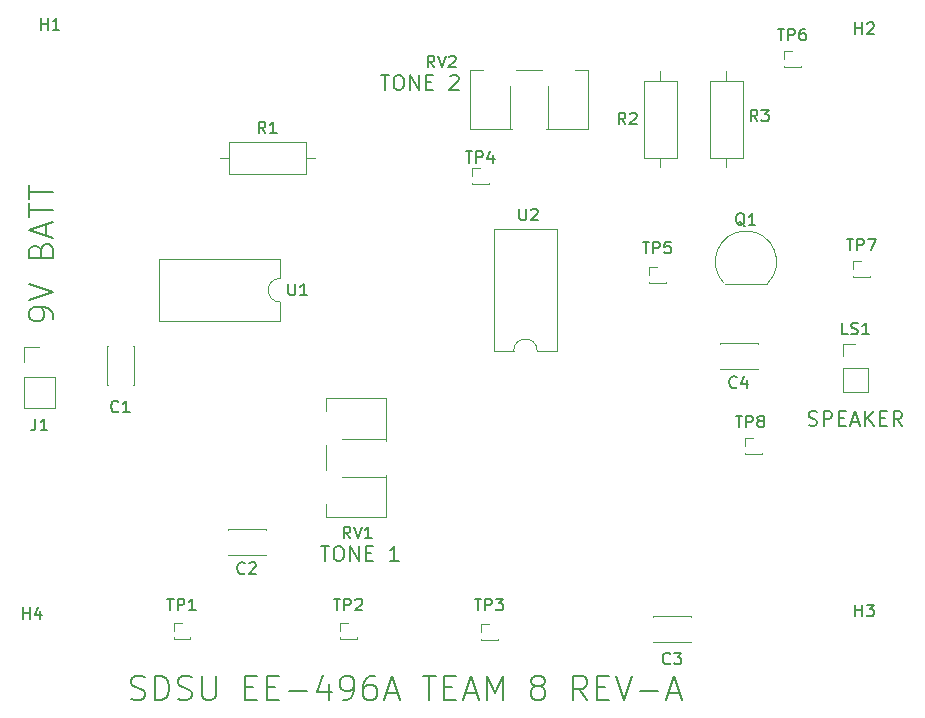
<source format=gbr>
%TF.GenerationSoftware,KiCad,Pcbnew,(5.1.6)-1*%
%TF.CreationDate,2020-10-03T13:42:35-07:00*%
%TF.ProjectId,mini project newest,6d696e69-2070-4726-9f6a-656374206e65,rev?*%
%TF.SameCoordinates,Original*%
%TF.FileFunction,Legend,Top*%
%TF.FilePolarity,Positive*%
%FSLAX46Y46*%
G04 Gerber Fmt 4.6, Leading zero omitted, Abs format (unit mm)*
G04 Created by KiCad (PCBNEW (5.1.6)-1) date 2020-10-03 13:42:35*
%MOMM*%
%LPD*%
G01*
G04 APERTURE LIST*
%ADD10C,0.150000*%
%ADD11C,0.120000*%
G04 APERTURE END LIST*
D10*
X140661571Y-74234523D02*
X141387285Y-74234523D01*
X141024428Y-75504523D02*
X141024428Y-74234523D01*
X142052523Y-74234523D02*
X142294428Y-74234523D01*
X142415380Y-74295000D01*
X142536333Y-74415952D01*
X142596809Y-74657857D01*
X142596809Y-75081190D01*
X142536333Y-75323095D01*
X142415380Y-75444047D01*
X142294428Y-75504523D01*
X142052523Y-75504523D01*
X141931571Y-75444047D01*
X141810619Y-75323095D01*
X141750142Y-75081190D01*
X141750142Y-74657857D01*
X141810619Y-74415952D01*
X141931571Y-74295000D01*
X142052523Y-74234523D01*
X143141095Y-75504523D02*
X143141095Y-74234523D01*
X143866809Y-75504523D01*
X143866809Y-74234523D01*
X144471571Y-74839285D02*
X144894904Y-74839285D01*
X145076333Y-75504523D02*
X144471571Y-75504523D01*
X144471571Y-74234523D01*
X145076333Y-74234523D01*
X146527761Y-74355476D02*
X146588238Y-74295000D01*
X146709190Y-74234523D01*
X147011571Y-74234523D01*
X147132523Y-74295000D01*
X147193000Y-74355476D01*
X147253476Y-74476428D01*
X147253476Y-74597380D01*
X147193000Y-74778809D01*
X146467285Y-75504523D01*
X147253476Y-75504523D01*
X135581571Y-114112523D02*
X136307285Y-114112523D01*
X135944428Y-115382523D02*
X135944428Y-114112523D01*
X136972523Y-114112523D02*
X137214428Y-114112523D01*
X137335380Y-114173000D01*
X137456333Y-114293952D01*
X137516809Y-114535857D01*
X137516809Y-114959190D01*
X137456333Y-115201095D01*
X137335380Y-115322047D01*
X137214428Y-115382523D01*
X136972523Y-115382523D01*
X136851571Y-115322047D01*
X136730619Y-115201095D01*
X136670142Y-114959190D01*
X136670142Y-114535857D01*
X136730619Y-114293952D01*
X136851571Y-114173000D01*
X136972523Y-114112523D01*
X138061095Y-115382523D02*
X138061095Y-114112523D01*
X138786809Y-115382523D01*
X138786809Y-114112523D01*
X139391571Y-114717285D02*
X139814904Y-114717285D01*
X139996333Y-115382523D02*
X139391571Y-115382523D01*
X139391571Y-114112523D01*
X139996333Y-114112523D01*
X142173476Y-115382523D02*
X141447761Y-115382523D01*
X141810619Y-115382523D02*
X141810619Y-114112523D01*
X141689666Y-114293952D01*
X141568714Y-114414904D01*
X141447761Y-114475380D01*
X176886809Y-103892047D02*
X177068238Y-103952523D01*
X177370619Y-103952523D01*
X177491571Y-103892047D01*
X177552047Y-103831571D01*
X177612523Y-103710619D01*
X177612523Y-103589666D01*
X177552047Y-103468714D01*
X177491571Y-103408238D01*
X177370619Y-103347761D01*
X177128714Y-103287285D01*
X177007761Y-103226809D01*
X176947285Y-103166333D01*
X176886809Y-103045380D01*
X176886809Y-102924428D01*
X176947285Y-102803476D01*
X177007761Y-102743000D01*
X177128714Y-102682523D01*
X177431095Y-102682523D01*
X177612523Y-102743000D01*
X178156809Y-103952523D02*
X178156809Y-102682523D01*
X178640619Y-102682523D01*
X178761571Y-102743000D01*
X178822047Y-102803476D01*
X178882523Y-102924428D01*
X178882523Y-103105857D01*
X178822047Y-103226809D01*
X178761571Y-103287285D01*
X178640619Y-103347761D01*
X178156809Y-103347761D01*
X179426809Y-103287285D02*
X179850142Y-103287285D01*
X180031571Y-103952523D02*
X179426809Y-103952523D01*
X179426809Y-102682523D01*
X180031571Y-102682523D01*
X180515380Y-103589666D02*
X181120142Y-103589666D01*
X180394428Y-103952523D02*
X180817761Y-102682523D01*
X181241095Y-103952523D01*
X181664428Y-103952523D02*
X181664428Y-102682523D01*
X182390142Y-103952523D02*
X181845857Y-103226809D01*
X182390142Y-102682523D02*
X181664428Y-103408238D01*
X182934428Y-103287285D02*
X183357761Y-103287285D01*
X183539190Y-103952523D02*
X182934428Y-103952523D01*
X182934428Y-102682523D01*
X183539190Y-102682523D01*
X184809190Y-103952523D02*
X184385857Y-103347761D01*
X184083476Y-103952523D02*
X184083476Y-102682523D01*
X184567285Y-102682523D01*
X184688238Y-102743000D01*
X184748714Y-102803476D01*
X184809190Y-102924428D01*
X184809190Y-103105857D01*
X184748714Y-103226809D01*
X184688238Y-103287285D01*
X184567285Y-103347761D01*
X184083476Y-103347761D01*
X112933238Y-94875047D02*
X112933238Y-94488000D01*
X112836476Y-94294476D01*
X112739714Y-94197714D01*
X112449428Y-94004190D01*
X112062380Y-93907428D01*
X111288285Y-93907428D01*
X111094761Y-94004190D01*
X110998000Y-94100952D01*
X110901238Y-94294476D01*
X110901238Y-94681523D01*
X110998000Y-94875047D01*
X111094761Y-94971809D01*
X111288285Y-95068571D01*
X111772095Y-95068571D01*
X111965619Y-94971809D01*
X112062380Y-94875047D01*
X112159142Y-94681523D01*
X112159142Y-94294476D01*
X112062380Y-94100952D01*
X111965619Y-94004190D01*
X111772095Y-93907428D01*
X110901238Y-93326857D02*
X112933238Y-92649523D01*
X110901238Y-91972190D01*
X111868857Y-89069333D02*
X111965619Y-88779047D01*
X112062380Y-88682285D01*
X112255904Y-88585523D01*
X112546190Y-88585523D01*
X112739714Y-88682285D01*
X112836476Y-88779047D01*
X112933238Y-88972571D01*
X112933238Y-89746666D01*
X110901238Y-89746666D01*
X110901238Y-89069333D01*
X110998000Y-88875809D01*
X111094761Y-88779047D01*
X111288285Y-88682285D01*
X111481809Y-88682285D01*
X111675333Y-88779047D01*
X111772095Y-88875809D01*
X111868857Y-89069333D01*
X111868857Y-89746666D01*
X112352666Y-87811428D02*
X112352666Y-86843809D01*
X112933238Y-88004952D02*
X110901238Y-87327619D01*
X112933238Y-86650285D01*
X110901238Y-86263238D02*
X110901238Y-85102095D01*
X112933238Y-85682666D02*
X110901238Y-85682666D01*
X110901238Y-84715047D02*
X110901238Y-83553904D01*
X112933238Y-84134476D02*
X110901238Y-84134476D01*
X119525142Y-127060476D02*
X119815428Y-127157238D01*
X120299238Y-127157238D01*
X120492761Y-127060476D01*
X120589523Y-126963714D01*
X120686285Y-126770190D01*
X120686285Y-126576666D01*
X120589523Y-126383142D01*
X120492761Y-126286380D01*
X120299238Y-126189619D01*
X119912190Y-126092857D01*
X119718666Y-125996095D01*
X119621904Y-125899333D01*
X119525142Y-125705809D01*
X119525142Y-125512285D01*
X119621904Y-125318761D01*
X119718666Y-125222000D01*
X119912190Y-125125238D01*
X120396000Y-125125238D01*
X120686285Y-125222000D01*
X121557142Y-127157238D02*
X121557142Y-125125238D01*
X122040952Y-125125238D01*
X122331238Y-125222000D01*
X122524761Y-125415523D01*
X122621523Y-125609047D01*
X122718285Y-125996095D01*
X122718285Y-126286380D01*
X122621523Y-126673428D01*
X122524761Y-126866952D01*
X122331238Y-127060476D01*
X122040952Y-127157238D01*
X121557142Y-127157238D01*
X123492380Y-127060476D02*
X123782666Y-127157238D01*
X124266476Y-127157238D01*
X124460000Y-127060476D01*
X124556761Y-126963714D01*
X124653523Y-126770190D01*
X124653523Y-126576666D01*
X124556761Y-126383142D01*
X124460000Y-126286380D01*
X124266476Y-126189619D01*
X123879428Y-126092857D01*
X123685904Y-125996095D01*
X123589142Y-125899333D01*
X123492380Y-125705809D01*
X123492380Y-125512285D01*
X123589142Y-125318761D01*
X123685904Y-125222000D01*
X123879428Y-125125238D01*
X124363238Y-125125238D01*
X124653523Y-125222000D01*
X125524380Y-125125238D02*
X125524380Y-126770190D01*
X125621142Y-126963714D01*
X125717904Y-127060476D01*
X125911428Y-127157238D01*
X126298476Y-127157238D01*
X126492000Y-127060476D01*
X126588761Y-126963714D01*
X126685523Y-126770190D01*
X126685523Y-125125238D01*
X129201333Y-126092857D02*
X129878666Y-126092857D01*
X130168952Y-127157238D02*
X129201333Y-127157238D01*
X129201333Y-125125238D01*
X130168952Y-125125238D01*
X131039809Y-126092857D02*
X131717142Y-126092857D01*
X132007428Y-127157238D02*
X131039809Y-127157238D01*
X131039809Y-125125238D01*
X132007428Y-125125238D01*
X132878285Y-126383142D02*
X134426476Y-126383142D01*
X136264952Y-125802571D02*
X136264952Y-127157238D01*
X135781142Y-125028476D02*
X135297333Y-126479904D01*
X136555238Y-126479904D01*
X137426095Y-127157238D02*
X137813142Y-127157238D01*
X138006666Y-127060476D01*
X138103428Y-126963714D01*
X138296952Y-126673428D01*
X138393714Y-126286380D01*
X138393714Y-125512285D01*
X138296952Y-125318761D01*
X138200190Y-125222000D01*
X138006666Y-125125238D01*
X137619619Y-125125238D01*
X137426095Y-125222000D01*
X137329333Y-125318761D01*
X137232571Y-125512285D01*
X137232571Y-125996095D01*
X137329333Y-126189619D01*
X137426095Y-126286380D01*
X137619619Y-126383142D01*
X138006666Y-126383142D01*
X138200190Y-126286380D01*
X138296952Y-126189619D01*
X138393714Y-125996095D01*
X140135428Y-125125238D02*
X139748380Y-125125238D01*
X139554857Y-125222000D01*
X139458095Y-125318761D01*
X139264571Y-125609047D01*
X139167809Y-125996095D01*
X139167809Y-126770190D01*
X139264571Y-126963714D01*
X139361333Y-127060476D01*
X139554857Y-127157238D01*
X139941904Y-127157238D01*
X140135428Y-127060476D01*
X140232190Y-126963714D01*
X140328952Y-126770190D01*
X140328952Y-126286380D01*
X140232190Y-126092857D01*
X140135428Y-125996095D01*
X139941904Y-125899333D01*
X139554857Y-125899333D01*
X139361333Y-125996095D01*
X139264571Y-126092857D01*
X139167809Y-126286380D01*
X141103047Y-126576666D02*
X142070666Y-126576666D01*
X140909523Y-127157238D02*
X141586857Y-125125238D01*
X142264190Y-127157238D01*
X144199428Y-125125238D02*
X145360571Y-125125238D01*
X144780000Y-127157238D02*
X144780000Y-125125238D01*
X146037904Y-126092857D02*
X146715238Y-126092857D01*
X147005523Y-127157238D02*
X146037904Y-127157238D01*
X146037904Y-125125238D01*
X147005523Y-125125238D01*
X147779619Y-126576666D02*
X148747238Y-126576666D01*
X147586095Y-127157238D02*
X148263428Y-125125238D01*
X148940761Y-127157238D01*
X149618095Y-127157238D02*
X149618095Y-125125238D01*
X150295428Y-126576666D01*
X150972761Y-125125238D01*
X150972761Y-127157238D01*
X153778857Y-125996095D02*
X153585333Y-125899333D01*
X153488571Y-125802571D01*
X153391809Y-125609047D01*
X153391809Y-125512285D01*
X153488571Y-125318761D01*
X153585333Y-125222000D01*
X153778857Y-125125238D01*
X154165904Y-125125238D01*
X154359428Y-125222000D01*
X154456190Y-125318761D01*
X154552952Y-125512285D01*
X154552952Y-125609047D01*
X154456190Y-125802571D01*
X154359428Y-125899333D01*
X154165904Y-125996095D01*
X153778857Y-125996095D01*
X153585333Y-126092857D01*
X153488571Y-126189619D01*
X153391809Y-126383142D01*
X153391809Y-126770190D01*
X153488571Y-126963714D01*
X153585333Y-127060476D01*
X153778857Y-127157238D01*
X154165904Y-127157238D01*
X154359428Y-127060476D01*
X154456190Y-126963714D01*
X154552952Y-126770190D01*
X154552952Y-126383142D01*
X154456190Y-126189619D01*
X154359428Y-126092857D01*
X154165904Y-125996095D01*
X158133142Y-127157238D02*
X157455809Y-126189619D01*
X156972000Y-127157238D02*
X156972000Y-125125238D01*
X157746095Y-125125238D01*
X157939619Y-125222000D01*
X158036380Y-125318761D01*
X158133142Y-125512285D01*
X158133142Y-125802571D01*
X158036380Y-125996095D01*
X157939619Y-126092857D01*
X157746095Y-126189619D01*
X156972000Y-126189619D01*
X159004000Y-126092857D02*
X159681333Y-126092857D01*
X159971619Y-127157238D02*
X159004000Y-127157238D01*
X159004000Y-125125238D01*
X159971619Y-125125238D01*
X160552190Y-125125238D02*
X161229523Y-127157238D01*
X161906857Y-125125238D01*
X162584190Y-126383142D02*
X164132380Y-126383142D01*
X165003238Y-126576666D02*
X165970857Y-126576666D01*
X164809714Y-127157238D02*
X165487047Y-125125238D01*
X166164380Y-127157238D01*
D11*
%TO.C,Q1*%
X169777000Y-91893000D02*
X173377000Y-91893000D01*
X173415478Y-91881478D02*
G75*
G03*
X171577000Y-87443000I-1838478J1838478D01*
G01*
X169738522Y-91881478D02*
G75*
G02*
X171577000Y-87443000I1838478J1838478D01*
G01*
%TO.C,J1*%
X110430000Y-102438000D02*
X113090000Y-102438000D01*
X110430000Y-99838000D02*
X110430000Y-102438000D01*
X113090000Y-99838000D02*
X113090000Y-102438000D01*
X110430000Y-99838000D02*
X113090000Y-99838000D01*
X110430000Y-98568000D02*
X110430000Y-97238000D01*
X110430000Y-97238000D02*
X111760000Y-97238000D01*
%TO.C,U1*%
X132140000Y-91456000D02*
X132140000Y-89806000D01*
X132140000Y-89806000D02*
X121860000Y-89806000D01*
X121860000Y-89806000D02*
X121860000Y-95106000D01*
X121860000Y-95106000D02*
X132140000Y-95106000D01*
X132140000Y-95106000D02*
X132140000Y-93456000D01*
X132140000Y-93456000D02*
G75*
G02*
X132140000Y-91456000I0J1000000D01*
G01*
%TO.C,U2*%
X153908000Y-97596000D02*
X155558000Y-97596000D01*
X155558000Y-97596000D02*
X155558000Y-87316000D01*
X155558000Y-87316000D02*
X150258000Y-87316000D01*
X150258000Y-87316000D02*
X150258000Y-97596000D01*
X150258000Y-97596000D02*
X151908000Y-97596000D01*
X151908000Y-97596000D02*
G75*
G02*
X153908000Y-97596000I1000000J0D01*
G01*
%TO.C,TP8*%
X171517000Y-106349000D02*
X172907000Y-106349000D01*
X171517000Y-106349000D02*
X171517000Y-106224000D01*
X172907000Y-106349000D02*
X172907000Y-106224000D01*
X171517000Y-106349000D02*
X171603724Y-106349000D01*
X172820276Y-106349000D02*
X172907000Y-106349000D01*
X171517000Y-105664000D02*
X171517000Y-104979000D01*
X171517000Y-104979000D02*
X172212000Y-104979000D01*
%TO.C,TP7*%
X180661000Y-91363000D02*
X182051000Y-91363000D01*
X180661000Y-91363000D02*
X180661000Y-91238000D01*
X182051000Y-91363000D02*
X182051000Y-91238000D01*
X180661000Y-91363000D02*
X180747724Y-91363000D01*
X181964276Y-91363000D02*
X182051000Y-91363000D01*
X180661000Y-90678000D02*
X180661000Y-89993000D01*
X180661000Y-89993000D02*
X181356000Y-89993000D01*
%TO.C,TP6*%
X174819000Y-73583000D02*
X176209000Y-73583000D01*
X174819000Y-73583000D02*
X174819000Y-73458000D01*
X176209000Y-73583000D02*
X176209000Y-73458000D01*
X174819000Y-73583000D02*
X174905724Y-73583000D01*
X176122276Y-73583000D02*
X176209000Y-73583000D01*
X174819000Y-72898000D02*
X174819000Y-72213000D01*
X174819000Y-72213000D02*
X175514000Y-72213000D01*
%TO.C,TP5*%
X163389000Y-91871000D02*
X164779000Y-91871000D01*
X163389000Y-91871000D02*
X163389000Y-91746000D01*
X164779000Y-91871000D02*
X164779000Y-91746000D01*
X163389000Y-91871000D02*
X163475724Y-91871000D01*
X164692276Y-91871000D02*
X164779000Y-91871000D01*
X163389000Y-91186000D02*
X163389000Y-90501000D01*
X163389000Y-90501000D02*
X164084000Y-90501000D01*
%TO.C,TP4*%
X148403000Y-83489000D02*
X149793000Y-83489000D01*
X148403000Y-83489000D02*
X148403000Y-83364000D01*
X149793000Y-83489000D02*
X149793000Y-83364000D01*
X148403000Y-83489000D02*
X148489724Y-83489000D01*
X149706276Y-83489000D02*
X149793000Y-83489000D01*
X148403000Y-82804000D02*
X148403000Y-82119000D01*
X148403000Y-82119000D02*
X149098000Y-82119000D01*
%TO.C,TP3*%
X149165000Y-122097000D02*
X150555000Y-122097000D01*
X149165000Y-122097000D02*
X149165000Y-121972000D01*
X150555000Y-122097000D02*
X150555000Y-121972000D01*
X149165000Y-122097000D02*
X149251724Y-122097000D01*
X150468276Y-122097000D02*
X150555000Y-122097000D01*
X149165000Y-121412000D02*
X149165000Y-120727000D01*
X149165000Y-120727000D02*
X149860000Y-120727000D01*
%TO.C,TP2*%
X137227000Y-121970000D02*
X138617000Y-121970000D01*
X137227000Y-121970000D02*
X137227000Y-121845000D01*
X138617000Y-121970000D02*
X138617000Y-121845000D01*
X137227000Y-121970000D02*
X137313724Y-121970000D01*
X138530276Y-121970000D02*
X138617000Y-121970000D01*
X137227000Y-121285000D02*
X137227000Y-120600000D01*
X137227000Y-120600000D02*
X137922000Y-120600000D01*
%TO.C,TP1*%
X123130000Y-121970000D02*
X124520000Y-121970000D01*
X123130000Y-121970000D02*
X123130000Y-121845000D01*
X124520000Y-121970000D02*
X124520000Y-121845000D01*
X123130000Y-121970000D02*
X123216724Y-121970000D01*
X124433276Y-121970000D02*
X124520000Y-121970000D01*
X123130000Y-121285000D02*
X123130000Y-120600000D01*
X123130000Y-120600000D02*
X123825000Y-120600000D01*
%TO.C,RV2*%
X158223000Y-73793000D02*
X158223000Y-78834000D01*
X148182000Y-73793000D02*
X148182000Y-78834000D01*
X158223000Y-78834000D02*
X154627000Y-78834000D01*
X151777000Y-78834000D02*
X148182000Y-78834000D01*
X149277000Y-73793000D02*
X148182000Y-73793000D01*
X158223000Y-73793000D02*
X157128000Y-73793000D01*
X154276000Y-73793000D02*
X152127000Y-73793000D01*
X154822000Y-75151000D02*
X154822000Y-78834000D01*
X151582000Y-75151000D02*
X151582000Y-78834000D01*
X154276000Y-73793000D02*
X152127000Y-73793000D01*
X154822000Y-78834000D02*
X154627000Y-78834000D01*
X151777000Y-78834000D02*
X151582000Y-78834000D01*
%TO.C,RV1*%
X136023000Y-101619000D02*
X141064000Y-101619000D01*
X136023000Y-111660000D02*
X141064000Y-111660000D01*
X141064000Y-101619000D02*
X141064000Y-105215000D01*
X141064000Y-108065000D02*
X141064000Y-111660000D01*
X136023000Y-110565000D02*
X136023000Y-111660000D01*
X136023000Y-101619000D02*
X136023000Y-102714000D01*
X136023000Y-105566000D02*
X136023000Y-107715000D01*
X137381000Y-105020000D02*
X141064000Y-105020000D01*
X137381000Y-108260000D02*
X141064000Y-108260000D01*
X136023000Y-105566000D02*
X136023000Y-107715000D01*
X141064000Y-105020000D02*
X141064000Y-105215000D01*
X141064000Y-108065000D02*
X141064000Y-108260000D01*
%TO.C,R3*%
X171296000Y-74708000D02*
X168556000Y-74708000D01*
X168556000Y-74708000D02*
X168556000Y-81248000D01*
X168556000Y-81248000D02*
X171296000Y-81248000D01*
X171296000Y-81248000D02*
X171296000Y-74708000D01*
X169926000Y-73938000D02*
X169926000Y-74708000D01*
X169926000Y-82018000D02*
X169926000Y-81248000D01*
%TO.C,R2*%
X162968000Y-81248000D02*
X165708000Y-81248000D01*
X165708000Y-81248000D02*
X165708000Y-74708000D01*
X165708000Y-74708000D02*
X162968000Y-74708000D01*
X162968000Y-74708000D02*
X162968000Y-81248000D01*
X164338000Y-82018000D02*
X164338000Y-81248000D01*
X164338000Y-73938000D02*
X164338000Y-74708000D01*
%TO.C,R1*%
X134334000Y-82650000D02*
X134334000Y-79910000D01*
X134334000Y-79910000D02*
X127794000Y-79910000D01*
X127794000Y-79910000D02*
X127794000Y-82650000D01*
X127794000Y-82650000D02*
X134334000Y-82650000D01*
X135104000Y-81280000D02*
X134334000Y-81280000D01*
X127024000Y-81280000D02*
X127794000Y-81280000D01*
%TO.C,LS1*%
X179788000Y-101104000D02*
X181908000Y-101104000D01*
X179788000Y-99044000D02*
X179788000Y-101104000D01*
X181908000Y-99044000D02*
X181908000Y-101104000D01*
X179788000Y-99044000D02*
X181908000Y-99044000D01*
X179788000Y-98044000D02*
X179788000Y-96984000D01*
X179788000Y-96984000D02*
X180848000Y-96984000D01*
%TO.C,C4*%
X172582000Y-99164000D02*
X169342000Y-99164000D01*
X172582000Y-96924000D02*
X169342000Y-96924000D01*
X172582000Y-99164000D02*
X172582000Y-99099000D01*
X172582000Y-96989000D02*
X172582000Y-96924000D01*
X169342000Y-99164000D02*
X169342000Y-99099000D01*
X169342000Y-96989000D02*
X169342000Y-96924000D01*
%TO.C,C3*%
X163714000Y-120038000D02*
X166954000Y-120038000D01*
X163714000Y-122278000D02*
X166954000Y-122278000D01*
X163714000Y-120038000D02*
X163714000Y-120103000D01*
X163714000Y-122213000D02*
X163714000Y-122278000D01*
X166954000Y-120038000D02*
X166954000Y-120103000D01*
X166954000Y-122213000D02*
X166954000Y-122278000D01*
%TO.C,C2*%
X130926000Y-114912000D02*
X127686000Y-114912000D01*
X130926000Y-112672000D02*
X127686000Y-112672000D01*
X130926000Y-114912000D02*
X130926000Y-114847000D01*
X130926000Y-112737000D02*
X130926000Y-112672000D01*
X127686000Y-114912000D02*
X127686000Y-114847000D01*
X127686000Y-112737000D02*
X127686000Y-112672000D01*
%TO.C,C1*%
X117498000Y-100446000D02*
X117498000Y-97206000D01*
X119738000Y-100446000D02*
X119738000Y-97206000D01*
X117498000Y-100446000D02*
X117563000Y-100446000D01*
X119673000Y-100446000D02*
X119738000Y-100446000D01*
X117498000Y-97206000D02*
X117563000Y-97206000D01*
X119673000Y-97206000D02*
X119738000Y-97206000D01*
%TO.C,Q1*%
D10*
X171481761Y-87030619D02*
X171386523Y-86983000D01*
X171291285Y-86887761D01*
X171148428Y-86744904D01*
X171053190Y-86697285D01*
X170957952Y-86697285D01*
X171005571Y-86935380D02*
X170910333Y-86887761D01*
X170815095Y-86792523D01*
X170767476Y-86602047D01*
X170767476Y-86268714D01*
X170815095Y-86078238D01*
X170910333Y-85983000D01*
X171005571Y-85935380D01*
X171196047Y-85935380D01*
X171291285Y-85983000D01*
X171386523Y-86078238D01*
X171434142Y-86268714D01*
X171434142Y-86602047D01*
X171386523Y-86792523D01*
X171291285Y-86887761D01*
X171196047Y-86935380D01*
X171005571Y-86935380D01*
X172386523Y-86935380D02*
X171815095Y-86935380D01*
X172100809Y-86935380D02*
X172100809Y-85935380D01*
X172005571Y-86078238D01*
X171910333Y-86173476D01*
X171815095Y-86221095D01*
%TO.C,J1*%
X111426666Y-103338380D02*
X111426666Y-104052666D01*
X111379047Y-104195523D01*
X111283809Y-104290761D01*
X111140952Y-104338380D01*
X111045714Y-104338380D01*
X112426666Y-104338380D02*
X111855238Y-104338380D01*
X112140952Y-104338380D02*
X112140952Y-103338380D01*
X112045714Y-103481238D01*
X111950476Y-103576476D01*
X111855238Y-103624095D01*
%TO.C,U1*%
X132842095Y-91908380D02*
X132842095Y-92717904D01*
X132889714Y-92813142D01*
X132937333Y-92860761D01*
X133032571Y-92908380D01*
X133223047Y-92908380D01*
X133318285Y-92860761D01*
X133365904Y-92813142D01*
X133413523Y-92717904D01*
X133413523Y-91908380D01*
X134413523Y-92908380D02*
X133842095Y-92908380D01*
X134127809Y-92908380D02*
X134127809Y-91908380D01*
X134032571Y-92051238D01*
X133937333Y-92146476D01*
X133842095Y-92194095D01*
%TO.C,U2*%
X152400095Y-85558380D02*
X152400095Y-86367904D01*
X152447714Y-86463142D01*
X152495333Y-86510761D01*
X152590571Y-86558380D01*
X152781047Y-86558380D01*
X152876285Y-86510761D01*
X152923904Y-86463142D01*
X152971523Y-86367904D01*
X152971523Y-85558380D01*
X153400095Y-85653619D02*
X153447714Y-85606000D01*
X153542952Y-85558380D01*
X153781047Y-85558380D01*
X153876285Y-85606000D01*
X153923904Y-85653619D01*
X153971523Y-85748857D01*
X153971523Y-85844095D01*
X153923904Y-85986952D01*
X153352476Y-86558380D01*
X153971523Y-86558380D01*
%TO.C,TP8*%
X170696095Y-103084380D02*
X171267523Y-103084380D01*
X170981809Y-104084380D02*
X170981809Y-103084380D01*
X171600857Y-104084380D02*
X171600857Y-103084380D01*
X171981809Y-103084380D01*
X172077047Y-103132000D01*
X172124666Y-103179619D01*
X172172285Y-103274857D01*
X172172285Y-103417714D01*
X172124666Y-103512952D01*
X172077047Y-103560571D01*
X171981809Y-103608190D01*
X171600857Y-103608190D01*
X172743714Y-103512952D02*
X172648476Y-103465333D01*
X172600857Y-103417714D01*
X172553238Y-103322476D01*
X172553238Y-103274857D01*
X172600857Y-103179619D01*
X172648476Y-103132000D01*
X172743714Y-103084380D01*
X172934190Y-103084380D01*
X173029428Y-103132000D01*
X173077047Y-103179619D01*
X173124666Y-103274857D01*
X173124666Y-103322476D01*
X173077047Y-103417714D01*
X173029428Y-103465333D01*
X172934190Y-103512952D01*
X172743714Y-103512952D01*
X172648476Y-103560571D01*
X172600857Y-103608190D01*
X172553238Y-103703428D01*
X172553238Y-103893904D01*
X172600857Y-103989142D01*
X172648476Y-104036761D01*
X172743714Y-104084380D01*
X172934190Y-104084380D01*
X173029428Y-104036761D01*
X173077047Y-103989142D01*
X173124666Y-103893904D01*
X173124666Y-103703428D01*
X173077047Y-103608190D01*
X173029428Y-103560571D01*
X172934190Y-103512952D01*
%TO.C,TP7*%
X180094095Y-88098380D02*
X180665523Y-88098380D01*
X180379809Y-89098380D02*
X180379809Y-88098380D01*
X180998857Y-89098380D02*
X180998857Y-88098380D01*
X181379809Y-88098380D01*
X181475047Y-88146000D01*
X181522666Y-88193619D01*
X181570285Y-88288857D01*
X181570285Y-88431714D01*
X181522666Y-88526952D01*
X181475047Y-88574571D01*
X181379809Y-88622190D01*
X180998857Y-88622190D01*
X181903619Y-88098380D02*
X182570285Y-88098380D01*
X182141714Y-89098380D01*
%TO.C,TP6*%
X174252095Y-70318380D02*
X174823523Y-70318380D01*
X174537809Y-71318380D02*
X174537809Y-70318380D01*
X175156857Y-71318380D02*
X175156857Y-70318380D01*
X175537809Y-70318380D01*
X175633047Y-70366000D01*
X175680666Y-70413619D01*
X175728285Y-70508857D01*
X175728285Y-70651714D01*
X175680666Y-70746952D01*
X175633047Y-70794571D01*
X175537809Y-70842190D01*
X175156857Y-70842190D01*
X176585428Y-70318380D02*
X176394952Y-70318380D01*
X176299714Y-70366000D01*
X176252095Y-70413619D01*
X176156857Y-70556476D01*
X176109238Y-70746952D01*
X176109238Y-71127904D01*
X176156857Y-71223142D01*
X176204476Y-71270761D01*
X176299714Y-71318380D01*
X176490190Y-71318380D01*
X176585428Y-71270761D01*
X176633047Y-71223142D01*
X176680666Y-71127904D01*
X176680666Y-70889809D01*
X176633047Y-70794571D01*
X176585428Y-70746952D01*
X176490190Y-70699333D01*
X176299714Y-70699333D01*
X176204476Y-70746952D01*
X176156857Y-70794571D01*
X176109238Y-70889809D01*
%TO.C,TP5*%
X162822095Y-88352380D02*
X163393523Y-88352380D01*
X163107809Y-89352380D02*
X163107809Y-88352380D01*
X163726857Y-89352380D02*
X163726857Y-88352380D01*
X164107809Y-88352380D01*
X164203047Y-88400000D01*
X164250666Y-88447619D01*
X164298285Y-88542857D01*
X164298285Y-88685714D01*
X164250666Y-88780952D01*
X164203047Y-88828571D01*
X164107809Y-88876190D01*
X163726857Y-88876190D01*
X165203047Y-88352380D02*
X164726857Y-88352380D01*
X164679238Y-88828571D01*
X164726857Y-88780952D01*
X164822095Y-88733333D01*
X165060190Y-88733333D01*
X165155428Y-88780952D01*
X165203047Y-88828571D01*
X165250666Y-88923809D01*
X165250666Y-89161904D01*
X165203047Y-89257142D01*
X165155428Y-89304761D01*
X165060190Y-89352380D01*
X164822095Y-89352380D01*
X164726857Y-89304761D01*
X164679238Y-89257142D01*
%TO.C,TP4*%
X147836095Y-80696380D02*
X148407523Y-80696380D01*
X148121809Y-81696380D02*
X148121809Y-80696380D01*
X148740857Y-81696380D02*
X148740857Y-80696380D01*
X149121809Y-80696380D01*
X149217047Y-80744000D01*
X149264666Y-80791619D01*
X149312285Y-80886857D01*
X149312285Y-81029714D01*
X149264666Y-81124952D01*
X149217047Y-81172571D01*
X149121809Y-81220190D01*
X148740857Y-81220190D01*
X150169428Y-81029714D02*
X150169428Y-81696380D01*
X149931333Y-80648761D02*
X149693238Y-81363047D01*
X150312285Y-81363047D01*
%TO.C,TP3*%
X148598095Y-118578380D02*
X149169523Y-118578380D01*
X148883809Y-119578380D02*
X148883809Y-118578380D01*
X149502857Y-119578380D02*
X149502857Y-118578380D01*
X149883809Y-118578380D01*
X149979047Y-118626000D01*
X150026666Y-118673619D01*
X150074285Y-118768857D01*
X150074285Y-118911714D01*
X150026666Y-119006952D01*
X149979047Y-119054571D01*
X149883809Y-119102190D01*
X149502857Y-119102190D01*
X150407619Y-118578380D02*
X151026666Y-118578380D01*
X150693333Y-118959333D01*
X150836190Y-118959333D01*
X150931428Y-119006952D01*
X150979047Y-119054571D01*
X151026666Y-119149809D01*
X151026666Y-119387904D01*
X150979047Y-119483142D01*
X150931428Y-119530761D01*
X150836190Y-119578380D01*
X150550476Y-119578380D01*
X150455238Y-119530761D01*
X150407619Y-119483142D01*
%TO.C,TP2*%
X136660095Y-118578380D02*
X137231523Y-118578380D01*
X136945809Y-119578380D02*
X136945809Y-118578380D01*
X137564857Y-119578380D02*
X137564857Y-118578380D01*
X137945809Y-118578380D01*
X138041047Y-118626000D01*
X138088666Y-118673619D01*
X138136285Y-118768857D01*
X138136285Y-118911714D01*
X138088666Y-119006952D01*
X138041047Y-119054571D01*
X137945809Y-119102190D01*
X137564857Y-119102190D01*
X138517238Y-118673619D02*
X138564857Y-118626000D01*
X138660095Y-118578380D01*
X138898190Y-118578380D01*
X138993428Y-118626000D01*
X139041047Y-118673619D01*
X139088666Y-118768857D01*
X139088666Y-118864095D01*
X139041047Y-119006952D01*
X138469619Y-119578380D01*
X139088666Y-119578380D01*
%TO.C,TP1*%
X122563095Y-118578380D02*
X123134523Y-118578380D01*
X122848809Y-119578380D02*
X122848809Y-118578380D01*
X123467857Y-119578380D02*
X123467857Y-118578380D01*
X123848809Y-118578380D01*
X123944047Y-118626000D01*
X123991666Y-118673619D01*
X124039285Y-118768857D01*
X124039285Y-118911714D01*
X123991666Y-119006952D01*
X123944047Y-119054571D01*
X123848809Y-119102190D01*
X123467857Y-119102190D01*
X124991666Y-119578380D02*
X124420238Y-119578380D01*
X124705952Y-119578380D02*
X124705952Y-118578380D01*
X124610714Y-118721238D01*
X124515476Y-118816476D01*
X124420238Y-118864095D01*
%TO.C,RV2*%
X145200761Y-73604380D02*
X144867428Y-73128190D01*
X144629333Y-73604380D02*
X144629333Y-72604380D01*
X145010285Y-72604380D01*
X145105523Y-72652000D01*
X145153142Y-72699619D01*
X145200761Y-72794857D01*
X145200761Y-72937714D01*
X145153142Y-73032952D01*
X145105523Y-73080571D01*
X145010285Y-73128190D01*
X144629333Y-73128190D01*
X145486476Y-72604380D02*
X145819809Y-73604380D01*
X146153142Y-72604380D01*
X146438857Y-72699619D02*
X146486476Y-72652000D01*
X146581714Y-72604380D01*
X146819809Y-72604380D01*
X146915047Y-72652000D01*
X146962666Y-72699619D01*
X147010285Y-72794857D01*
X147010285Y-72890095D01*
X146962666Y-73032952D01*
X146391238Y-73604380D01*
X147010285Y-73604380D01*
%TO.C,RV1*%
X138088761Y-113482380D02*
X137755428Y-113006190D01*
X137517333Y-113482380D02*
X137517333Y-112482380D01*
X137898285Y-112482380D01*
X137993523Y-112530000D01*
X138041142Y-112577619D01*
X138088761Y-112672857D01*
X138088761Y-112815714D01*
X138041142Y-112910952D01*
X137993523Y-112958571D01*
X137898285Y-113006190D01*
X137517333Y-113006190D01*
X138374476Y-112482380D02*
X138707809Y-113482380D01*
X139041142Y-112482380D01*
X139898285Y-113482380D02*
X139326857Y-113482380D01*
X139612571Y-113482380D02*
X139612571Y-112482380D01*
X139517333Y-112625238D01*
X139422095Y-112720476D01*
X139326857Y-112768095D01*
%TO.C,R3*%
X172553333Y-78176380D02*
X172220000Y-77700190D01*
X171981904Y-78176380D02*
X171981904Y-77176380D01*
X172362857Y-77176380D01*
X172458095Y-77224000D01*
X172505714Y-77271619D01*
X172553333Y-77366857D01*
X172553333Y-77509714D01*
X172505714Y-77604952D01*
X172458095Y-77652571D01*
X172362857Y-77700190D01*
X171981904Y-77700190D01*
X172886666Y-77176380D02*
X173505714Y-77176380D01*
X173172380Y-77557333D01*
X173315238Y-77557333D01*
X173410476Y-77604952D01*
X173458095Y-77652571D01*
X173505714Y-77747809D01*
X173505714Y-77985904D01*
X173458095Y-78081142D01*
X173410476Y-78128761D01*
X173315238Y-78176380D01*
X173029523Y-78176380D01*
X172934285Y-78128761D01*
X172886666Y-78081142D01*
%TO.C,R2*%
X161377333Y-78430380D02*
X161044000Y-77954190D01*
X160805904Y-78430380D02*
X160805904Y-77430380D01*
X161186857Y-77430380D01*
X161282095Y-77478000D01*
X161329714Y-77525619D01*
X161377333Y-77620857D01*
X161377333Y-77763714D01*
X161329714Y-77858952D01*
X161282095Y-77906571D01*
X161186857Y-77954190D01*
X160805904Y-77954190D01*
X161758285Y-77525619D02*
X161805904Y-77478000D01*
X161901142Y-77430380D01*
X162139238Y-77430380D01*
X162234476Y-77478000D01*
X162282095Y-77525619D01*
X162329714Y-77620857D01*
X162329714Y-77716095D01*
X162282095Y-77858952D01*
X161710666Y-78430380D01*
X162329714Y-78430380D01*
%TO.C,R1*%
X130897333Y-79192380D02*
X130564000Y-78716190D01*
X130325904Y-79192380D02*
X130325904Y-78192380D01*
X130706857Y-78192380D01*
X130802095Y-78240000D01*
X130849714Y-78287619D01*
X130897333Y-78382857D01*
X130897333Y-78525714D01*
X130849714Y-78620952D01*
X130802095Y-78668571D01*
X130706857Y-78716190D01*
X130325904Y-78716190D01*
X131849714Y-79192380D02*
X131278285Y-79192380D01*
X131564000Y-79192380D02*
X131564000Y-78192380D01*
X131468761Y-78335238D01*
X131373523Y-78430476D01*
X131278285Y-78478095D01*
%TO.C,LS1*%
X180205142Y-96210380D02*
X179728952Y-96210380D01*
X179728952Y-95210380D01*
X180490857Y-96162761D02*
X180633714Y-96210380D01*
X180871809Y-96210380D01*
X180967047Y-96162761D01*
X181014666Y-96115142D01*
X181062285Y-96019904D01*
X181062285Y-95924666D01*
X181014666Y-95829428D01*
X180967047Y-95781809D01*
X180871809Y-95734190D01*
X180681333Y-95686571D01*
X180586095Y-95638952D01*
X180538476Y-95591333D01*
X180490857Y-95496095D01*
X180490857Y-95400857D01*
X180538476Y-95305619D01*
X180586095Y-95258000D01*
X180681333Y-95210380D01*
X180919428Y-95210380D01*
X181062285Y-95258000D01*
X182014666Y-96210380D02*
X181443238Y-96210380D01*
X181728952Y-96210380D02*
X181728952Y-95210380D01*
X181633714Y-95353238D01*
X181538476Y-95448476D01*
X181443238Y-95496095D01*
%TO.C,H3*%
X180848095Y-120086380D02*
X180848095Y-119086380D01*
X180848095Y-119562571D02*
X181419523Y-119562571D01*
X181419523Y-120086380D02*
X181419523Y-119086380D01*
X181800476Y-119086380D02*
X182419523Y-119086380D01*
X182086190Y-119467333D01*
X182229047Y-119467333D01*
X182324285Y-119514952D01*
X182371904Y-119562571D01*
X182419523Y-119657809D01*
X182419523Y-119895904D01*
X182371904Y-119991142D01*
X182324285Y-120038761D01*
X182229047Y-120086380D01*
X181943333Y-120086380D01*
X181848095Y-120038761D01*
X181800476Y-119991142D01*
%TO.C,C4*%
X170795333Y-100651142D02*
X170747714Y-100698761D01*
X170604857Y-100746380D01*
X170509619Y-100746380D01*
X170366761Y-100698761D01*
X170271523Y-100603523D01*
X170223904Y-100508285D01*
X170176285Y-100317809D01*
X170176285Y-100174952D01*
X170223904Y-99984476D01*
X170271523Y-99889238D01*
X170366761Y-99794000D01*
X170509619Y-99746380D01*
X170604857Y-99746380D01*
X170747714Y-99794000D01*
X170795333Y-99841619D01*
X171652476Y-100079714D02*
X171652476Y-100746380D01*
X171414380Y-99698761D02*
X171176285Y-100413047D01*
X171795333Y-100413047D01*
%TO.C,C3*%
X165167333Y-124055142D02*
X165119714Y-124102761D01*
X164976857Y-124150380D01*
X164881619Y-124150380D01*
X164738761Y-124102761D01*
X164643523Y-124007523D01*
X164595904Y-123912285D01*
X164548285Y-123721809D01*
X164548285Y-123578952D01*
X164595904Y-123388476D01*
X164643523Y-123293238D01*
X164738761Y-123198000D01*
X164881619Y-123150380D01*
X164976857Y-123150380D01*
X165119714Y-123198000D01*
X165167333Y-123245619D01*
X165500666Y-123150380D02*
X166119714Y-123150380D01*
X165786380Y-123531333D01*
X165929238Y-123531333D01*
X166024476Y-123578952D01*
X166072095Y-123626571D01*
X166119714Y-123721809D01*
X166119714Y-123959904D01*
X166072095Y-124055142D01*
X166024476Y-124102761D01*
X165929238Y-124150380D01*
X165643523Y-124150380D01*
X165548285Y-124102761D01*
X165500666Y-124055142D01*
%TO.C,C2*%
X129139333Y-116399142D02*
X129091714Y-116446761D01*
X128948857Y-116494380D01*
X128853619Y-116494380D01*
X128710761Y-116446761D01*
X128615523Y-116351523D01*
X128567904Y-116256285D01*
X128520285Y-116065809D01*
X128520285Y-115922952D01*
X128567904Y-115732476D01*
X128615523Y-115637238D01*
X128710761Y-115542000D01*
X128853619Y-115494380D01*
X128948857Y-115494380D01*
X129091714Y-115542000D01*
X129139333Y-115589619D01*
X129520285Y-115589619D02*
X129567904Y-115542000D01*
X129663142Y-115494380D01*
X129901238Y-115494380D01*
X129996476Y-115542000D01*
X130044095Y-115589619D01*
X130091714Y-115684857D01*
X130091714Y-115780095D01*
X130044095Y-115922952D01*
X129472666Y-116494380D01*
X130091714Y-116494380D01*
%TO.C,C1*%
X118451333Y-102719142D02*
X118403714Y-102766761D01*
X118260857Y-102814380D01*
X118165619Y-102814380D01*
X118022761Y-102766761D01*
X117927523Y-102671523D01*
X117879904Y-102576285D01*
X117832285Y-102385809D01*
X117832285Y-102242952D01*
X117879904Y-102052476D01*
X117927523Y-101957238D01*
X118022761Y-101862000D01*
X118165619Y-101814380D01*
X118260857Y-101814380D01*
X118403714Y-101862000D01*
X118451333Y-101909619D01*
X119403714Y-102814380D02*
X118832285Y-102814380D01*
X119118000Y-102814380D02*
X119118000Y-101814380D01*
X119022761Y-101957238D01*
X118927523Y-102052476D01*
X118832285Y-102100095D01*
%TO.C,H1*%
X111887095Y-70412380D02*
X111887095Y-69412380D01*
X111887095Y-69888571D02*
X112458523Y-69888571D01*
X112458523Y-70412380D02*
X112458523Y-69412380D01*
X113458523Y-70412380D02*
X112887095Y-70412380D01*
X113172809Y-70412380D02*
X113172809Y-69412380D01*
X113077571Y-69555238D01*
X112982333Y-69650476D01*
X112887095Y-69698095D01*
%TO.C,H2*%
X180848095Y-70793380D02*
X180848095Y-69793380D01*
X180848095Y-70269571D02*
X181419523Y-70269571D01*
X181419523Y-70793380D02*
X181419523Y-69793380D01*
X181848095Y-69888619D02*
X181895714Y-69841000D01*
X181990952Y-69793380D01*
X182229047Y-69793380D01*
X182324285Y-69841000D01*
X182371904Y-69888619D01*
X182419523Y-69983857D01*
X182419523Y-70079095D01*
X182371904Y-70221952D01*
X181800476Y-70793380D01*
X182419523Y-70793380D01*
%TO.C,H4*%
X110363095Y-120323380D02*
X110363095Y-119323380D01*
X110363095Y-119799571D02*
X110934523Y-119799571D01*
X110934523Y-120323380D02*
X110934523Y-119323380D01*
X111839285Y-119656714D02*
X111839285Y-120323380D01*
X111601190Y-119275761D02*
X111363095Y-119990047D01*
X111982142Y-119990047D01*
%TD*%
M02*

</source>
